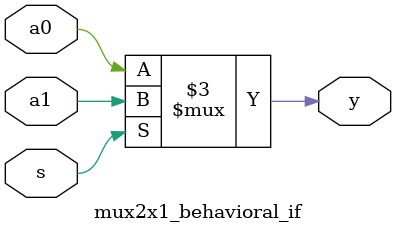
<source format=v>
/************************************************
  The Verilog HDL code example is from the book
  Computer Principles and Design in Verilog HDL
  by Yamin Li, published by A JOHN WILEY & SONS
************************************************/
module mux2x1_behavioral_if (a0,a1,s,y);       // multiplexer, default first
    input  s, a0, a1;                          // inputs
    output y;                                  // output
    reg    y;                                  // y cannot be a wire
    always @ (s or a0 or a1) begin             // always block
        y = a0;                                // y = a0;
        if (s) begin                           // if (s == 1)
            y = a1;                            //     y = a1; 
        end
    end
endmodule

</source>
